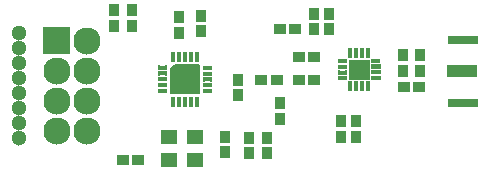
<source format=gbr>
%FSLAX34Y34*%
%MOMM*%
%LNSOLDERMASK_TOP*%
G71*
G01*
%ADD10C, 2.30*%
%ADD11C, 0.35*%
%ADD12C, 0.10*%
%ADD13C, 0.20*%
%ADD14R, 1.00X0.90*%
%ADD15R, 0.90X1.00*%
%ADD16R, 1.40X1.20*%
%ADD17R, 2.60X1.10*%
%ADD18R, 2.50X0.75*%
%ADD19C, 1.30*%
%ADD20R, 0.35X0.80*%
%ADD21R, 0.80X0.35*%
%LPD*%
G36*
X20440Y-24850D02*
X43440Y-24850D01*
X43440Y-47850D01*
X20440Y-47850D01*
X20440Y-24850D01*
G37*
X57340Y-36350D02*
G54D10*
D03*
X31940Y-61750D02*
G54D10*
D03*
X57340Y-61750D02*
G54D10*
D03*
X31940Y-87150D02*
G54D10*
D03*
X57340Y-87150D02*
G54D10*
D03*
X31940Y-112550D02*
G54D10*
D03*
X57340Y-112550D02*
G54D10*
D03*
G54D11*
X280344Y-44243D02*
X280344Y-48802D01*
G36*
X282094Y-44243D02*
X278594Y-44243D01*
X278594Y-42493D01*
X282094Y-42493D01*
X282094Y-44243D01*
G37*
G36*
X278594Y-48802D02*
X282094Y-48802D01*
X282094Y-50552D01*
X278594Y-50552D01*
X278594Y-48802D01*
G37*
G36*
X279455Y-52312D02*
X295937Y-52320D01*
X295931Y-68801D01*
X279465Y-68812D01*
X279455Y-52312D01*
G37*
G54D12*
X279455Y-52312D02*
X295937Y-52320D01*
X295931Y-68801D01*
X279465Y-68812D01*
X279455Y-52312D01*
G54D11*
X285347Y-44230D02*
X285347Y-48789D01*
G36*
X287097Y-44230D02*
X283597Y-44230D01*
X283597Y-42480D01*
X287097Y-42480D01*
X287097Y-44230D01*
G37*
G36*
X283597Y-48789D02*
X287097Y-48788D01*
X287097Y-50538D01*
X283597Y-50539D01*
X283597Y-48789D01*
G37*
G54D11*
X290346Y-44219D02*
X290347Y-48777D01*
G36*
X292096Y-44219D02*
X288596Y-44219D01*
X288596Y-42469D01*
X292096Y-42469D01*
X292096Y-44219D01*
G37*
G36*
X288597Y-48777D02*
X292097Y-48777D01*
X292097Y-50527D01*
X288597Y-50527D01*
X288597Y-48777D01*
G37*
G54D11*
X295292Y-44229D02*
X295292Y-48788D01*
G36*
X297042Y-44229D02*
X293542Y-44229D01*
X293542Y-42479D01*
X297042Y-42479D01*
X297042Y-44229D01*
G37*
G36*
X293542Y-48788D02*
X297042Y-48787D01*
X297043Y-50537D01*
X293543Y-50538D01*
X293542Y-48788D01*
G37*
G54D11*
X280453Y-72425D02*
X280454Y-76984D01*
G36*
X282203Y-72425D02*
X278703Y-72425D01*
X278703Y-70675D01*
X282203Y-70675D01*
X282203Y-72425D01*
G37*
G36*
X278704Y-76984D02*
X282204Y-76983D01*
X282204Y-78733D01*
X278704Y-78734D01*
X278704Y-76984D01*
G37*
G54D11*
X285457Y-72412D02*
X285457Y-76970D01*
G36*
X287207Y-72412D02*
X283707Y-72412D01*
X283707Y-70662D01*
X287207Y-70662D01*
X287207Y-72412D01*
G37*
G36*
X283707Y-76971D02*
X287207Y-76970D01*
X287207Y-78720D01*
X283707Y-78721D01*
X283707Y-76971D01*
G37*
G54D11*
X290456Y-72400D02*
X290456Y-76959D01*
G36*
X292206Y-72400D02*
X288706Y-72401D01*
X288706Y-70651D01*
X292206Y-70650D01*
X292206Y-72400D01*
G37*
G36*
X288706Y-76959D02*
X292206Y-76959D01*
X292207Y-78709D01*
X288707Y-78709D01*
X288706Y-76959D01*
G37*
G54D11*
X295402Y-72411D02*
X295402Y-76969D01*
G36*
X297152Y-72411D02*
X293652Y-72411D01*
X293652Y-70661D01*
X297152Y-70661D01*
X297152Y-72411D01*
G37*
G36*
X293652Y-76969D02*
X297152Y-76969D01*
X297152Y-78719D01*
X293652Y-78719D01*
X293652Y-76969D01*
G37*
G54D11*
X304232Y-53076D02*
X299673Y-53076D01*
G36*
X304232Y-54826D02*
X304232Y-51326D01*
X305982Y-51326D01*
X305982Y-54826D01*
X304232Y-54826D01*
G37*
G36*
X299673Y-51326D02*
X299674Y-54826D01*
X297924Y-54826D01*
X297923Y-51326D01*
X299673Y-51326D01*
G37*
G54D11*
X304245Y-58079D02*
X299687Y-58080D01*
G36*
X304245Y-59829D02*
X304245Y-56329D01*
X305995Y-56329D01*
X305995Y-59829D01*
X304245Y-59829D01*
G37*
G36*
X299686Y-56330D02*
X299687Y-59830D01*
X297937Y-59830D01*
X297936Y-56330D01*
X299686Y-56330D01*
G37*
G54D11*
X304257Y-63079D02*
X299698Y-63079D01*
G36*
X304257Y-64829D02*
X304256Y-61329D01*
X306006Y-61329D01*
X306007Y-64829D01*
X304257Y-64829D01*
G37*
G36*
X299698Y-61329D02*
X299698Y-64829D01*
X297948Y-64829D01*
X297948Y-61329D01*
X299698Y-61329D01*
G37*
G54D11*
X304246Y-68025D02*
X299688Y-68025D01*
G36*
X304246Y-69775D02*
X304246Y-66275D01*
X305996Y-66274D01*
X305996Y-69774D01*
X304246Y-69775D01*
G37*
G36*
X299688Y-66275D02*
X299688Y-69775D01*
X297938Y-69775D01*
X297938Y-66275D01*
X299688Y-66275D01*
G37*
G54D11*
X276050Y-53186D02*
X271492Y-53186D01*
G36*
X276050Y-54936D02*
X276050Y-51436D01*
X277800Y-51436D01*
X277800Y-54936D01*
X276050Y-54936D01*
G37*
G36*
X271492Y-51436D02*
X271492Y-54936D01*
X269742Y-54936D01*
X269742Y-51436D01*
X271492Y-51436D01*
G37*
G54D11*
X276063Y-58189D02*
X271505Y-58189D01*
G36*
X276063Y-59939D02*
X276063Y-56439D01*
X277813Y-56439D01*
X277813Y-59939D01*
X276063Y-59939D01*
G37*
G36*
X271505Y-56439D02*
X271505Y-59939D01*
X269755Y-59940D01*
X269755Y-56440D01*
X271505Y-56439D01*
G37*
G54D11*
X276075Y-63189D02*
X271516Y-63189D01*
G36*
X276075Y-64939D02*
X276075Y-61439D01*
X277825Y-61439D01*
X277825Y-64939D01*
X276075Y-64939D01*
G37*
G36*
X271516Y-61439D02*
X271516Y-64939D01*
X269766Y-64939D01*
X269766Y-61439D01*
X271516Y-61439D01*
G37*
G54D11*
X276064Y-68134D02*
X271506Y-68135D01*
G36*
X276064Y-69884D02*
X276064Y-66384D01*
X277814Y-66384D01*
X277814Y-69884D01*
X276064Y-69884D01*
G37*
G36*
X271506Y-66385D02*
X271506Y-69885D01*
X269756Y-69885D01*
X269756Y-66385D01*
X271506Y-66385D01*
G37*
G54D11*
X130615Y-47674D02*
X130616Y-52233D01*
G36*
X132365Y-47674D02*
X128865Y-47674D01*
X128865Y-45924D01*
X132365Y-45924D01*
X132365Y-47674D01*
G37*
G36*
X128866Y-52233D02*
X132366Y-52233D01*
X132366Y-53983D01*
X128866Y-53983D01*
X128866Y-52233D01*
G37*
G54D11*
X135619Y-47661D02*
X135619Y-52220D01*
G36*
X137369Y-47661D02*
X133869Y-47661D01*
X133869Y-45911D01*
X137369Y-45911D01*
X137369Y-47661D01*
G37*
G36*
X133869Y-52220D02*
X137369Y-52220D01*
X137369Y-53970D01*
X133869Y-53970D01*
X133869Y-52220D01*
G37*
G54D11*
X140618Y-47650D02*
X140618Y-52208D01*
G36*
X142368Y-47650D02*
X138868Y-47650D01*
X138868Y-45900D01*
X142368Y-45900D01*
X142368Y-47650D01*
G37*
G36*
X138868Y-52208D02*
X142368Y-52208D01*
X142368Y-53958D01*
X138868Y-53958D01*
X138868Y-52208D01*
G37*
G54D11*
X145564Y-47660D02*
X145564Y-52219D01*
G36*
X147314Y-47660D02*
X143814Y-47660D01*
X143814Y-45910D01*
X147314Y-45910D01*
X147314Y-47660D01*
G37*
G36*
X143814Y-52219D02*
X147314Y-52218D01*
X147314Y-53968D01*
X143814Y-53969D01*
X143814Y-52219D01*
G37*
G54D11*
X150533Y-47685D02*
X150534Y-52244D01*
G36*
X152283Y-47685D02*
X148783Y-47685D01*
X148783Y-45935D01*
X152283Y-45935D01*
X152283Y-47685D01*
G37*
G36*
X148784Y-52244D02*
X152284Y-52243D01*
X152284Y-53993D01*
X148784Y-53994D01*
X148784Y-52244D01*
G37*
G54D11*
X130508Y-85703D02*
X130508Y-90261D01*
G36*
X132258Y-85703D02*
X128758Y-85703D01*
X128758Y-83953D01*
X132258Y-83953D01*
X132258Y-85703D01*
G37*
G36*
X128758Y-90261D02*
X132258Y-90261D01*
X132258Y-92011D01*
X128758Y-92011D01*
X128758Y-90261D01*
G37*
G54D11*
X135511Y-85690D02*
X135511Y-90248D01*
G36*
X137261Y-85690D02*
X133761Y-85690D01*
X133761Y-83940D01*
X137261Y-83940D01*
X137261Y-85690D01*
G37*
G36*
X133761Y-90248D02*
X137261Y-90248D01*
X137261Y-91998D01*
X133761Y-91998D01*
X133761Y-90248D01*
G37*
G54D11*
X140510Y-85678D02*
X140511Y-90237D01*
G36*
X142260Y-85678D02*
X138760Y-85678D01*
X138760Y-83928D01*
X142260Y-83928D01*
X142260Y-85678D01*
G37*
G36*
X138761Y-90237D02*
X142261Y-90237D01*
X142261Y-91987D01*
X138761Y-91987D01*
X138761Y-90237D01*
G37*
G54D11*
X145456Y-85689D02*
X145456Y-90247D01*
G36*
X147206Y-85689D02*
X143706Y-85689D01*
X143706Y-83939D01*
X147206Y-83939D01*
X147206Y-85689D01*
G37*
G36*
X143706Y-90247D02*
X147206Y-90247D01*
X147207Y-91997D01*
X143707Y-91997D01*
X143706Y-90247D01*
G37*
G54D11*
X150426Y-85714D02*
X150426Y-90272D01*
G36*
X152176Y-85714D02*
X148676Y-85714D01*
X148676Y-83964D01*
X152176Y-83964D01*
X152176Y-85714D01*
G37*
G36*
X148676Y-90272D02*
X152176Y-90272D01*
X152176Y-92022D01*
X148676Y-92022D01*
X148676Y-90272D01*
G37*
G54D11*
X161811Y-59064D02*
X157252Y-59064D01*
G36*
X161811Y-60814D02*
X161811Y-57314D01*
X163561Y-57314D01*
X163561Y-60814D01*
X161811Y-60814D01*
G37*
G36*
X157252Y-57314D02*
X157253Y-60814D01*
X155503Y-60814D01*
X155502Y-57314D01*
X157252Y-57314D01*
G37*
G54D11*
X161824Y-64067D02*
X157266Y-64068D01*
G36*
X161824Y-65817D02*
X161824Y-62317D01*
X163574Y-62317D01*
X163574Y-65817D01*
X161824Y-65817D01*
G37*
G36*
X157265Y-62318D02*
X157266Y-65818D01*
X155516Y-65818D01*
X155515Y-62318D01*
X157265Y-62318D01*
G37*
G54D11*
X161836Y-69067D02*
X157277Y-69067D01*
G36*
X161836Y-70817D02*
X161835Y-67317D01*
X163585Y-67317D01*
X163586Y-70817D01*
X161836Y-70817D01*
G37*
G36*
X157277Y-67317D02*
X157277Y-70817D01*
X155527Y-70817D01*
X155527Y-67317D01*
X157277Y-67317D01*
G37*
G54D11*
X161825Y-74013D02*
X157267Y-74013D01*
G36*
X161825Y-75763D02*
X161825Y-72263D01*
X163575Y-72262D01*
X163575Y-75762D01*
X161825Y-75763D01*
G37*
G36*
X157267Y-72263D02*
X157267Y-75763D01*
X155517Y-75763D01*
X155517Y-72263D01*
X157267Y-72263D01*
G37*
G54D11*
X161800Y-78982D02*
X157242Y-78982D01*
G36*
X161800Y-80732D02*
X161800Y-77232D01*
X163550Y-77232D01*
X163550Y-80732D01*
X161800Y-80732D01*
G37*
G36*
X157242Y-77232D02*
X157242Y-80732D01*
X155492Y-80732D01*
X155492Y-77232D01*
X157242Y-77232D01*
G37*
G54D11*
X123782Y-58956D02*
X119224Y-58957D01*
G36*
X123782Y-60706D02*
X123782Y-57206D01*
X125532Y-57206D01*
X125532Y-60706D01*
X123782Y-60706D01*
G37*
G36*
X119224Y-57207D02*
X119224Y-60707D01*
X117474Y-60707D01*
X117474Y-57207D01*
X119224Y-57207D01*
G37*
G54D11*
X123795Y-63960D02*
X119237Y-63960D01*
G36*
X123795Y-65710D02*
X123795Y-62210D01*
X125545Y-62210D01*
X125545Y-65710D01*
X123795Y-65710D01*
G37*
G36*
X119237Y-62210D02*
X119237Y-65710D01*
X117487Y-65710D01*
X117487Y-62210D01*
X119237Y-62210D01*
G37*
G54D11*
X123807Y-68959D02*
X119248Y-68959D01*
G36*
X123807Y-70709D02*
X123807Y-67209D01*
X125557Y-67209D01*
X125557Y-70709D01*
X123807Y-70709D01*
G37*
G36*
X119248Y-67209D02*
X119249Y-70709D01*
X117499Y-70709D01*
X117498Y-67209D01*
X119248Y-67209D01*
G37*
G54D11*
X123796Y-73905D02*
X119238Y-73905D01*
G36*
X123796Y-75655D02*
X123796Y-72155D01*
X125546Y-72155D01*
X125546Y-75655D01*
X123796Y-75655D01*
G37*
G36*
X119238Y-72155D02*
X119238Y-75655D01*
X117488Y-75655D01*
X117488Y-72155D01*
X119238Y-72155D01*
G37*
G54D11*
X123771Y-78874D02*
X119213Y-78874D01*
G36*
X123771Y-80624D02*
X123771Y-77124D01*
X125521Y-77124D01*
X125521Y-80624D01*
X123771Y-80624D01*
G37*
G36*
X119213Y-77124D02*
X119213Y-80624D01*
X117463Y-80625D01*
X117463Y-77125D01*
X119213Y-77124D01*
G37*
G36*
X132381Y-57210D02*
X152601Y-57209D01*
X152601Y-80879D01*
X128932Y-80880D01*
X128932Y-60149D01*
X132381Y-57210D01*
G37*
G54D13*
X132381Y-57210D02*
X152601Y-57209D01*
X152601Y-80879D01*
X128932Y-80880D01*
X128932Y-60149D01*
X132381Y-57210D01*
G36*
X120840Y-112550D02*
X132386Y-112550D01*
X132386Y-122308D01*
X120840Y-122324D01*
X120840Y-112550D01*
G37*
G54D13*
X120840Y-112550D02*
X132386Y-112550D01*
X132386Y-122308D01*
X120840Y-122324D01*
X120840Y-112550D01*
G36*
X143246Y-112519D02*
X154792Y-112519D01*
X154792Y-122277D01*
X143246Y-122265D01*
X143246Y-112519D01*
G37*
G54D13*
X143246Y-112519D02*
X154792Y-112519D01*
X154792Y-122277D01*
X143246Y-122265D01*
X143246Y-112519D01*
G36*
X120904Y-132064D02*
X132449Y-132065D01*
X132450Y-141822D01*
X120904Y-141838D01*
X120904Y-132064D01*
G37*
G54D13*
X120904Y-132064D02*
X132449Y-132065D01*
X132450Y-141822D01*
X120904Y-141838D01*
X120904Y-132064D01*
G36*
X143309Y-132034D02*
X154856Y-132034D01*
X154856Y-141792D01*
X143310Y-141779D01*
X143309Y-132034D01*
G37*
G54D13*
X143309Y-132034D02*
X154856Y-132034D01*
X154856Y-141792D01*
X143310Y-141779D01*
X143309Y-132034D01*
X100618Y-137164D02*
G54D14*
D03*
X87550Y-137160D02*
G54D14*
D03*
X174092Y-117730D02*
G54D15*
D03*
X174090Y-130800D02*
G54D15*
D03*
X95177Y-23481D02*
G54D15*
D03*
X95177Y-10410D02*
G54D15*
D03*
X80290Y-23481D02*
G54D15*
D03*
X80290Y-10410D02*
G54D15*
D03*
X154013Y-15191D02*
G54D15*
D03*
X154008Y-28262D02*
G54D15*
D03*
X249350Y-13260D02*
G54D15*
D03*
X249341Y-26326D02*
G54D15*
D03*
X262050Y-13260D02*
G54D15*
D03*
X262041Y-26326D02*
G54D15*
D03*
X126740Y-117460D02*
G54D16*
D03*
X149290Y-136890D02*
G54D16*
D03*
X135240Y-16220D02*
G54D15*
D03*
X135238Y-29288D02*
G54D15*
D03*
G36*
X190090Y-113360D02*
X199090Y-113360D01*
X199090Y-123360D01*
X190090Y-123360D01*
X190090Y-113360D01*
G37*
X194590Y-131431D02*
G54D15*
D03*
X209477Y-118360D02*
G54D15*
D03*
X209477Y-131431D02*
G54D15*
D03*
X220606Y-89083D02*
G54D15*
D03*
X220604Y-102154D02*
G54D15*
D03*
X185466Y-69224D02*
G54D15*
D03*
X185464Y-82295D02*
G54D15*
D03*
X218175Y-69262D02*
G54D14*
D03*
X205105Y-69260D02*
G54D14*
D03*
X249925Y-69262D02*
G54D14*
D03*
X236855Y-69260D02*
G54D14*
D03*
X249925Y-50212D02*
G54D14*
D03*
X236850Y-50210D02*
G54D14*
D03*
X272786Y-104566D02*
G54D15*
D03*
X272784Y-117637D02*
G54D15*
D03*
X285486Y-104566D02*
G54D15*
D03*
X285484Y-117637D02*
G54D15*
D03*
X325187Y-61781D02*
G54D15*
D03*
X325187Y-48710D02*
G54D15*
D03*
X338825Y-75612D02*
G54D14*
D03*
X325755Y-75610D02*
G54D14*
D03*
X339447Y-61580D02*
G54D15*
D03*
X339447Y-48510D02*
G54D15*
D03*
X374840Y-61750D02*
G54D17*
D03*
X375490Y-35750D02*
G54D18*
D03*
X375490Y-88730D02*
G54D18*
D03*
X190Y-30000D02*
G54D19*
D03*
X190Y-42700D02*
G54D19*
D03*
X190Y-55400D02*
G54D19*
D03*
X190Y-68100D02*
G54D19*
D03*
X190Y-80800D02*
G54D19*
D03*
X190Y-93500D02*
G54D19*
D03*
X190Y-106200D02*
G54D19*
D03*
X190Y-118900D02*
G54D19*
D03*
X233780Y-26187D02*
G54D14*
D03*
X220710Y-26185D02*
G54D14*
D03*
X295344Y-46421D02*
G54D20*
D03*
X290423Y-46602D02*
G54D20*
D03*
X285386Y-46418D02*
G54D20*
D03*
X280441Y-46510D02*
G54D20*
D03*
X280484Y-74662D02*
G54D20*
D03*
X285478Y-74807D02*
G54D20*
D03*
X290514Y-74624D02*
G54D20*
D03*
X295459Y-74807D02*
G54D20*
D03*
X130413Y-87968D02*
G54D20*
D03*
X135554Y-87968D02*
G54D20*
D03*
X140484Y-87968D02*
G54D20*
D03*
X145413Y-88109D02*
G54D20*
D03*
X150413Y-88039D02*
G54D20*
D03*
X150525Y-49976D02*
G54D20*
D03*
X145566Y-49932D02*
G54D20*
D03*
X140639Y-49922D02*
G54D20*
D03*
X135632Y-49955D02*
G54D20*
D03*
X130624Y-49952D02*
G54D20*
D03*
X302088Y-68036D02*
G54D21*
D03*
X301870Y-62994D02*
G54D21*
D03*
X302053Y-58049D02*
G54D21*
D03*
X301972Y-53069D02*
G54D21*
D03*
X273758Y-53195D02*
G54D21*
D03*
X273782Y-58176D02*
G54D21*
D03*
X273767Y-63197D02*
G54D21*
D03*
X273814Y-68141D02*
G54D21*
D03*
X159520Y-79003D02*
G54D21*
D03*
X159533Y-74011D02*
G54D21*
D03*
X159539Y-69054D02*
G54D21*
D03*
X159578Y-64070D02*
G54D21*
D03*
X159542Y-59064D02*
G54D21*
D03*
X121532Y-58972D02*
G54D21*
D03*
X121493Y-63962D02*
G54D21*
D03*
X121516Y-68953D02*
G54D21*
D03*
X121558Y-73891D02*
G54D21*
D03*
X121516Y-78895D02*
G54D21*
D03*
X149020Y-117340D02*
G54D16*
D03*
X126871Y-137093D02*
G54D16*
D03*
M02*

</source>
